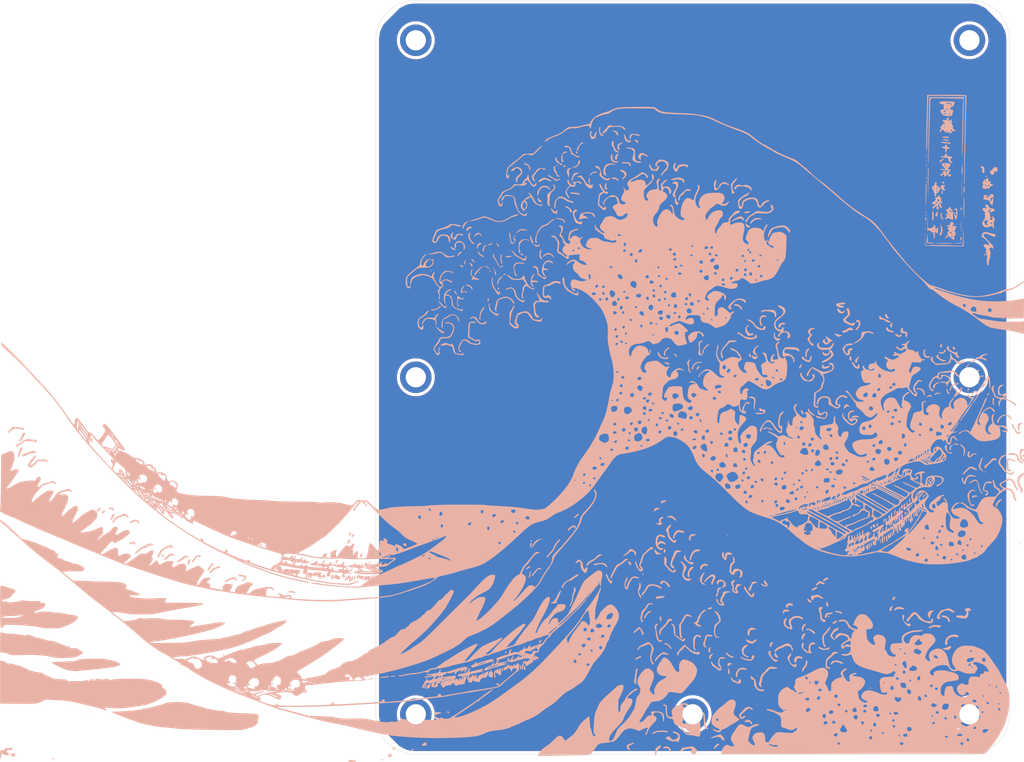
<source format=kicad_pcb>
(kicad_pcb (version 20171130) (host pcbnew "(5.1.5)-3")
  (layers (0 F.Cu signal) (31 B.Cu signal) (34 B.Paste user) (35 F.Paste user) (36 B.SilkS user) (37 F.SilkS user) (38 B.Mask user) (39 F.Mask user) (44 Edge.Cuts user))
  (net 0 "")
  (module Connectors:1X01NS_KIT (layer F.Cu) (at 105.41 43.18)
    (fp_text reference >NAME hide)
    (fp_text value >VALUE hide)
    (pad 1 thru_hole circle (at 0 0) (size 5 5) (drill 3.2) (layers *.Cu *.Mask))
  )
  (module Connectors:1X01NS_KIT (layer F.Cu) (at 105.41 149.86)
    (fp_text reference >NAME hide)
    (fp_text value >VALUE hide)
    (pad 1 thru_hole circle (at 0 0) (size 5 5) (drill 3.2) (layers *.Cu *.Mask))
  )
  (module Connectors:1X01NS_KIT (layer F.Cu) (at 105.41 96.52)
    (fp_text reference >NAME hide)
    (fp_text value >VALUE hide)
    (pad 1 thru_hole circle (at 0 0) (size 5 5) (drill 3.2) (layers *.Cu *.Mask))
  )
  (module Connectors:1X01NS_KIT (layer F.Cu) (at 193.04 149.86)
    (fp_text reference >NAME hide)
    (fp_text value >VALUE hide)
    (pad 1 thru_hole circle (at 0 0) (size 5 5) (drill 3.2) (layers *.Cu *.Mask))
  )
  (module Connectors:1X01NS_KIT (layer F.Cu) (at 149.225 149.86)
    (fp_text reference >NAME hide)
    (fp_text value >VALUE hide)
    (pad 1 thru_hole circle (at 0 0) (size 5 5) (drill 3.2) (layers *.Cu *.Mask))
  )
  (module Connectors:1X01NS_KIT (layer F.Cu) (at 193.04 43.18)
    (fp_text reference >NAME hide)
    (fp_text value >VALUE hide)
    (pad 1 thru_hole circle (at 0 0) (size 5 5) (drill 3.2) (layers *.Cu *.Mask))
  )
  (module Connectors:1X01NS_KIT (layer F.Cu) (at 193.04 96.52)
    (fp_text reference >NAME hide)
    (fp_text value >VALUE hide)
    (pad 1 thru_hole circle (at 0 0) (size 5 5) (drill 3.2) (layers *.Cu *.Mask))
  )
  (module logos:kanagawa_162mm_x_115mm_silkscreen (layer B.Cu) (at 120.65 101.6 180)
    (fp_text reference G*** hide)
    (fp_text value LOGO hide)
  )
  (gr_text "Released under CC-BY-SA\nDesigned by Clackster Works" (at 149.225 144.145) (layer F.Cu) (effects (font (size 1.5 1.5) (thickness 0.3))))
  (gr_line (start 99.06 43.18) (end 99.06 149.86) (layer Edge.Cuts) (width 0.05))
  (gr_line (start 193.04 36.83) (end 105.41 36.83) (layer Edge.Cuts) (width 0.05))
  (gr_line (start 199.39 149.86) (end 199.39 43.18) (layer Edge.Cuts) (width 0.05))
  (gr_line (start 105.41 156.21) (end 193.04 156.21) (layer Edge.Cuts) (width 0.05))
  (gr_arc (start 105.41 149.86) (end 99.06 149.86) (angle -90) (layer Edge.Cuts) (width 0.05))
  (gr_arc (start 105.41 43.18) (end 105.41 36.83) (angle -90) (layer Edge.Cuts) (width 0.05))
  (gr_arc (start 193.04 43.18) (end 199.39 43.18) (angle -90) (layer Edge.Cuts) (width 0.05))
  (gr_arc (start 193.04 149.86) (end 193.04 156.21) (angle -90) (layer Edge.Cuts) (width 0.05))
  (zone (net 0) (net_name "") (layer F.Cu) (connect_pads (clearance 0.508)) (min_thickness 0.254) (fill yes (arc_segments 32) (thermal_gap 0.508) (thermal_bridge_width 0.508))
    (polygon (pts (xy 99.06 43.18) (xy 100.33 40.64) (xy 102.87 38.1) (xy 105.41 36.83) (xy 193.04 36.83) (xy 195.58 38.1) (xy 198.12 40.64) (xy 199.39 43.18) (xy 199.39 149.86) (xy 198.12 152.4) (xy 195.58 154.94) (xy 193.04 156.21) (xy 105.41 156.21) (xy 102.87 154.94) (xy 100.33 152.4) (xy 99.06 149.86)))
  )
  (zone (net 0) (net_name "") (layer B.Cu) (connect_pads (clearance 0.508)) (min_thickness 0.254) (fill yes (arc_segments 32) (thermal_gap 0.508) (thermal_bridge_width 0.508))
    (polygon (pts (xy 99.06 43.18) (xy 100.33 40.64) (xy 102.87 38.1) (xy 105.41 36.83) (xy 193.04 36.83) (xy 195.58 38.1) (xy 198.12 40.64) (xy 199.39 43.18) (xy 199.39 149.86) (xy 198.12 152.4) (xy 195.58 154.94) (xy 193.04 156.21) (xy 105.41 156.21) (xy 102.87 154.94) (xy 100.33 152.4) (xy 99.06 149.86)))
  )
)
</source>
